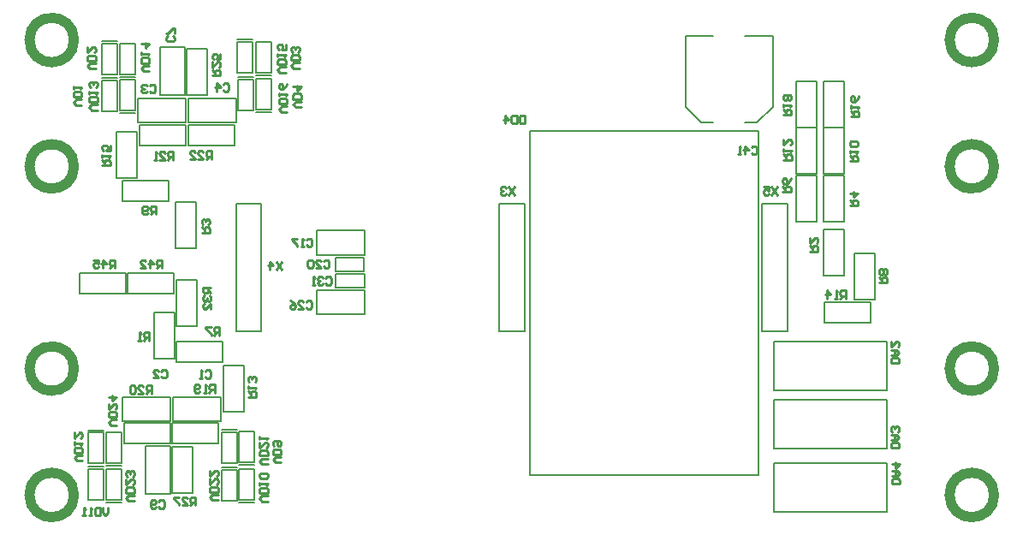
<source format=gbr>
%TF.GenerationSoftware,Altium Limited,Altium Designer,21.6.4 (81)*%
G04 Layer_Color=32896*
%FSLAX43Y43*%
%MOMM*%
%TF.SameCoordinates,F87848A5-9C76-4C60-8026-6C1C3CCCB256*%
%TF.FilePolarity,Positive*%
%TF.FileFunction,Legend,Bot*%
%TF.Part,Single*%
G01*
G75*
%TA.AperFunction,NonConductor*%
%ADD27C,0.254*%
%ADD33C,1.000*%
%ADD34C,0.200*%
D27*
X9245Y25457D02*
Y26257D01*
X8845D01*
X8712Y26124D01*
Y25857D01*
X8845Y25724D01*
X9245D01*
X8979D02*
X8712Y25457D01*
X8046D02*
Y26257D01*
X8445Y25857D01*
X7912D01*
X7112Y26257D02*
X7646D01*
Y25857D01*
X7379Y25990D01*
X7246D01*
X7112Y25857D01*
Y25591D01*
X7246Y25457D01*
X7512D01*
X7646Y25591D01*
X13903Y25457D02*
Y26257D01*
X13503D01*
X13370Y26124D01*
Y25857D01*
X13503Y25724D01*
X13903D01*
X13636D02*
X13370Y25457D01*
X12703D02*
Y26257D01*
X13103Y25857D01*
X12570D01*
X11770Y25457D02*
X12303D01*
X11770Y25990D01*
Y26124D01*
X11903Y26257D01*
X12170D01*
X12303Y26124D01*
X18755Y23521D02*
X17955D01*
Y23121D01*
X18088Y22988D01*
X18355D01*
X18488Y23121D01*
Y23521D01*
Y23255D02*
X18755Y22988D01*
X18088Y22722D02*
X17955Y22588D01*
Y22322D01*
X18088Y22188D01*
X18222D01*
X18355Y22322D01*
Y22455D01*
Y22322D01*
X18488Y22188D01*
X18622D01*
X18755Y22322D01*
Y22588D01*
X18622Y22722D01*
X18755Y21389D02*
Y21922D01*
X18222Y21389D01*
X18088D01*
X17955Y21522D01*
Y21789D01*
X18088Y21922D01*
X86870Y4084D02*
X86070D01*
Y4484D01*
X86204Y4617D01*
X86737D01*
X86870Y4484D01*
Y4084D01*
X86070Y4883D02*
X86603D01*
X86870Y5150D01*
X86603Y5417D01*
X86070D01*
X86470D01*
Y4883D01*
X86070Y6083D02*
X86870D01*
X86470Y5683D01*
Y6216D01*
X86806Y7641D02*
X86007D01*
Y8041D01*
X86140Y8174D01*
X86673D01*
X86806Y8041D01*
Y7641D01*
X86007Y8441D02*
X86540D01*
X86806Y8707D01*
X86540Y8974D01*
X86007D01*
X86407D01*
Y8441D01*
X86673Y9240D02*
X86806Y9374D01*
Y9640D01*
X86673Y9773D01*
X86540D01*
X86407Y9640D01*
Y9507D01*
Y9640D01*
X86273Y9773D01*
X86140D01*
X86007Y9640D01*
Y9374D01*
X86140Y9240D01*
X86806Y16027D02*
X86007D01*
Y16427D01*
X86140Y16560D01*
X86673D01*
X86806Y16427D01*
Y16027D01*
X86007Y16827D02*
X86540D01*
X86806Y17094D01*
X86540Y17360D01*
X86007D01*
X86407D01*
Y16827D01*
X86007Y18160D02*
Y17627D01*
X86540Y18160D01*
X86673D01*
X86806Y18027D01*
Y17760D01*
X86673Y17627D01*
X72206Y37376D02*
X72339Y37509D01*
X72606D01*
X72739Y37376D01*
Y36843D01*
X72606Y36710D01*
X72339D01*
X72206Y36843D01*
X71539Y36710D02*
Y37509D01*
X71939Y37109D01*
X71406D01*
X71139Y36710D02*
X70873D01*
X71006D01*
Y37509D01*
X71139Y37376D01*
X74745Y33480D02*
X74211Y32680D01*
Y33480D02*
X74745Y32680D01*
X73412Y33480D02*
X73945D01*
Y33080D01*
X73678Y33213D01*
X73545D01*
X73412Y33080D01*
Y32813D01*
X73545Y32680D01*
X73812D01*
X73945Y32813D01*
X25730Y26072D02*
X25197Y25273D01*
Y26072D02*
X25730Y25273D01*
X24531D02*
Y26072D01*
X24930Y25673D01*
X24397D01*
X48735Y33480D02*
X48202Y32680D01*
Y33480D02*
X48735Y32680D01*
X47935Y33347D02*
X47802Y33480D01*
X47535D01*
X47402Y33347D01*
Y33213D01*
X47535Y33080D01*
X47669D01*
X47535D01*
X47402Y32947D01*
Y32813D01*
X47535Y32680D01*
X47802D01*
X47935Y32813D01*
X49801Y40541D02*
Y39741D01*
X49401D01*
X49268Y39874D01*
Y40408D01*
X49401Y40541D01*
X49801D01*
X49002D02*
Y39741D01*
X48602D01*
X48468Y39874D01*
Y40408D01*
X48602Y40541D01*
X49002D01*
X47802Y39741D02*
Y40541D01*
X48202Y40141D01*
X47669D01*
X9417Y9898D02*
X8884D01*
X8617Y10164D01*
X8884Y10431D01*
X9417D01*
Y10697D02*
X8617D01*
Y11097D01*
X8750Y11230D01*
X9284D01*
X9417Y11097D01*
Y10697D01*
X8617Y12030D02*
Y11497D01*
X9150Y12030D01*
X9284D01*
X9417Y11897D01*
Y11630D01*
X9284Y11497D01*
X8617Y12697D02*
X9417D01*
X9017Y12297D01*
Y12830D01*
X11144Y2420D02*
X10611D01*
X10344Y2687D01*
X10611Y2953D01*
X11144D01*
Y3220D02*
X10344D01*
Y3620D01*
X10478Y3753D01*
X11011D01*
X11144Y3620D01*
Y3220D01*
X10344Y4553D02*
Y4019D01*
X10877Y4553D01*
X11011D01*
X11144Y4419D01*
Y4153D01*
X11011Y4019D01*
Y4819D02*
X11144Y4953D01*
Y5219D01*
X11011Y5352D01*
X10877D01*
X10744Y5219D01*
Y5086D01*
Y5219D01*
X10611Y5352D01*
X10478D01*
X10344Y5219D01*
Y4953D01*
X10478Y4819D01*
X19450Y2471D02*
X18917D01*
X18650Y2737D01*
X18917Y3004D01*
X19450D01*
Y3271D02*
X18650D01*
Y3670D01*
X18783Y3804D01*
X19317D01*
X19450Y3670D01*
Y3271D01*
X18650Y4603D02*
Y4070D01*
X19183Y4603D01*
X19317D01*
X19450Y4470D01*
Y4204D01*
X19317Y4070D01*
X18650Y5403D02*
Y4870D01*
X19183Y5403D01*
X19317D01*
X19450Y5270D01*
Y5003D01*
X19317Y4870D01*
X24370Y6082D02*
X23837D01*
X23570Y6349D01*
X23837Y6615D01*
X24370D01*
Y6882D02*
X23570D01*
Y7282D01*
X23703Y7415D01*
X24236D01*
X24370Y7282D01*
Y6882D01*
X23570Y8215D02*
Y7682D01*
X24103Y8215D01*
X24236D01*
X24370Y8082D01*
Y7815D01*
X24236Y7682D01*
X23570Y8481D02*
Y8748D01*
Y8615D01*
X24370D01*
X24236Y8481D01*
X26260Y40884D02*
X25727D01*
X25461Y41150D01*
X25727Y41417D01*
X26260D01*
Y41684D02*
X25461D01*
Y42083D01*
X25594Y42217D01*
X26127D01*
X26260Y42083D01*
Y41684D01*
X25461Y42483D02*
Y42750D01*
Y42617D01*
X26260D01*
X26127Y42483D01*
X26260Y43683D02*
X26127Y43416D01*
X25860Y43150D01*
X25594D01*
X25461Y43283D01*
Y43550D01*
X25594Y43683D01*
X25727D01*
X25860Y43550D01*
Y43150D01*
X26129Y44782D02*
X25596D01*
X25329Y45049D01*
X25596Y45315D01*
X26129D01*
Y45582D02*
X25329D01*
Y45982D01*
X25462Y46115D01*
X25996D01*
X26129Y45982D01*
Y45582D01*
X25329Y46382D02*
Y46648D01*
Y46515D01*
X26129D01*
X25996Y46382D01*
X26129Y47581D02*
Y47048D01*
X25729D01*
X25862Y47315D01*
Y47448D01*
X25729Y47581D01*
X25462D01*
X25329Y47448D01*
Y47181D01*
X25462Y47048D01*
X12643Y44930D02*
X12110D01*
X11843Y45197D01*
X12110Y45463D01*
X12643D01*
Y45730D02*
X11843D01*
Y46130D01*
X11976Y46263D01*
X12509D01*
X12643Y46130D01*
Y45730D01*
X11843Y46530D02*
Y46796D01*
Y46663D01*
X12643D01*
X12509Y46530D01*
X11843Y47596D02*
X12643D01*
X12243Y47196D01*
Y47729D01*
X7512Y41069D02*
X6979D01*
X6712Y41336D01*
X6979Y41602D01*
X7512D01*
Y41869D02*
X6712D01*
Y42269D01*
X6845Y42402D01*
X7379D01*
X7512Y42269D01*
Y41869D01*
X6712Y42669D02*
Y42935D01*
Y42802D01*
X7512D01*
X7379Y42669D01*
Y43335D02*
X7512Y43468D01*
Y43735D01*
X7379Y43868D01*
X7245D01*
X7112Y43735D01*
Y43602D01*
Y43735D01*
X6979Y43868D01*
X6845D01*
X6712Y43735D01*
Y43468D01*
X6845Y43335D01*
X6013Y6364D02*
X5480D01*
X5214Y6630D01*
X5480Y6897D01*
X6013D01*
Y7163D02*
X5214D01*
Y7563D01*
X5347Y7697D01*
X5880D01*
X6013Y7563D01*
Y7163D01*
X5214Y7963D02*
Y8230D01*
Y8096D01*
X6013D01*
X5880Y7963D01*
X5214Y9163D02*
Y8630D01*
X5747Y9163D01*
X5880D01*
X6013Y9030D01*
Y8763D01*
X5880Y8630D01*
X8581Y1746D02*
Y1213D01*
X8315Y946D01*
X8048Y1213D01*
Y1746D01*
X7782D02*
Y946D01*
X7382D01*
X7249Y1080D01*
Y1613D01*
X7382Y1746D01*
X7782D01*
X6982Y946D02*
X6715D01*
X6849D01*
Y1746D01*
X6982Y1613D01*
X6316Y946D02*
X6049D01*
X6182D01*
Y1746D01*
X6316Y1613D01*
X24370Y2377D02*
X23837D01*
X23570Y2644D01*
X23837Y2910D01*
X24370D01*
Y3177D02*
X23570D01*
Y3577D01*
X23703Y3710D01*
X24236D01*
X24370Y3577D01*
Y3177D01*
X23570Y3977D02*
Y4243D01*
Y4110D01*
X24370D01*
X24236Y3977D01*
Y4643D02*
X24370Y4777D01*
Y5043D01*
X24236Y5176D01*
X23703D01*
X23570Y5043D01*
Y4777D01*
X23703Y4643D01*
X24236D01*
X25681Y6214D02*
X25148D01*
X24881Y6481D01*
X25148Y6747D01*
X25681D01*
Y7014D02*
X24881D01*
Y7414D01*
X25015Y7547D01*
X25548D01*
X25681Y7414D01*
Y7014D01*
X25015Y7814D02*
X24881Y7947D01*
Y8214D01*
X25015Y8347D01*
X25548D01*
X25681Y8214D01*
Y7947D01*
X25548Y7814D01*
X25414D01*
X25281Y7947D01*
Y8347D01*
X27680Y41369D02*
X27147D01*
X26880Y41636D01*
X27147Y41903D01*
X27680D01*
Y42169D02*
X26880D01*
Y42569D01*
X27013Y42702D01*
X27547D01*
X27680Y42569D01*
Y42169D01*
X26880Y43369D02*
X27680D01*
X27280Y42969D01*
Y43502D01*
X27503Y45201D02*
X26970D01*
X26703Y45468D01*
X26970Y45734D01*
X27503D01*
Y46001D02*
X26703D01*
Y46401D01*
X26836Y46534D01*
X27370D01*
X27503Y46401D01*
Y46001D01*
X27370Y46801D02*
X27503Y46934D01*
Y47201D01*
X27370Y47334D01*
X27236D01*
X27103Y47201D01*
Y47067D01*
Y47201D01*
X26970Y47334D01*
X26836D01*
X26703Y47201D01*
Y46934D01*
X26836Y46801D01*
X7334Y45162D02*
X6801D01*
X6534Y45428D01*
X6801Y45695D01*
X7334D01*
Y45961D02*
X6534D01*
Y46361D01*
X6668Y46495D01*
X7201D01*
X7334Y46361D01*
Y45961D01*
X6534Y47294D02*
Y46761D01*
X7067Y47294D01*
X7201D01*
X7334Y47161D01*
Y46894D01*
X7201Y46761D01*
X5962Y41567D02*
X5429D01*
X5163Y41834D01*
X5429Y42100D01*
X5962D01*
Y42367D02*
X5163D01*
Y42767D01*
X5296Y42900D01*
X5829D01*
X5962Y42767D01*
Y42367D01*
X5163Y43166D02*
Y43433D01*
Y43300D01*
X5962D01*
X5829Y43166D01*
X13313Y30762D02*
Y31562D01*
X12913D01*
X12780Y31428D01*
Y31162D01*
X12913Y31029D01*
X13313D01*
X13046D02*
X12780Y30762D01*
X12513Y30895D02*
X12380Y30762D01*
X12113D01*
X11980Y30895D01*
Y31428D01*
X12113Y31562D01*
X12380D01*
X12513Y31428D01*
Y31295D01*
X12380Y31162D01*
X11980D01*
X75350Y40580D02*
X76150D01*
Y40980D01*
X76017Y41113D01*
X75750D01*
X75617Y40980D01*
Y40580D01*
Y40847D02*
X75350Y41113D01*
Y41380D02*
Y41646D01*
Y41513D01*
X76150D01*
X76017Y41380D01*
Y42046D02*
X76150Y42180D01*
Y42446D01*
X76017Y42579D01*
X75883D01*
X75750Y42446D01*
X75617Y42579D01*
X75483D01*
X75350Y42446D01*
Y42180D01*
X75483Y42046D01*
X75617D01*
X75750Y42180D01*
X75883Y42046D01*
X76017D01*
X75750Y42180D02*
Y42446D01*
X18786Y36227D02*
Y37026D01*
X18386D01*
X18253Y36893D01*
Y36627D01*
X18386Y36493D01*
X18786D01*
X18520D02*
X18253Y36227D01*
X17453D02*
X17986D01*
X17453Y36760D01*
Y36893D01*
X17587Y37026D01*
X17853D01*
X17986Y36893D01*
X16653Y36227D02*
X17187D01*
X16653Y36760D01*
Y36893D01*
X16787Y37026D01*
X17053D01*
X17187Y36893D01*
X15009Y36158D02*
Y36957D01*
X14609D01*
X14476Y36824D01*
Y36558D01*
X14609Y36424D01*
X15009D01*
X14743D02*
X14476Y36158D01*
X13676D02*
X14209D01*
X13676Y36691D01*
Y36824D01*
X13810Y36957D01*
X14076D01*
X14209Y36824D01*
X13410Y36158D02*
X13143D01*
X13276D01*
Y36957D01*
X13410Y36824D01*
X19108Y13129D02*
Y13929D01*
X18708D01*
X18575Y13796D01*
Y13529D01*
X18708Y13396D01*
X19108D01*
X18841D02*
X18575Y13129D01*
X18308D02*
X18042D01*
X18175D01*
Y13929D01*
X18308Y13796D01*
X17642Y13262D02*
X17508Y13129D01*
X17242D01*
X17109Y13262D01*
Y13796D01*
X17242Y13929D01*
X17508D01*
X17642Y13796D01*
Y13662D01*
X17508Y13529D01*
X17109D01*
X84826Y24013D02*
X85626D01*
Y24412D01*
X85492Y24546D01*
X85226D01*
X85093Y24412D01*
Y24013D01*
Y24279D02*
X84826Y24546D01*
X85492Y24812D02*
X85626Y24946D01*
Y25212D01*
X85492Y25345D01*
X85359D01*
X85226Y25212D01*
X85093Y25345D01*
X84959D01*
X84826Y25212D01*
Y24946D01*
X84959Y24812D01*
X85093D01*
X85226Y24946D01*
X85359Y24812D01*
X85492D01*
X85226Y24946D02*
Y25212D01*
X75292Y32975D02*
X76092D01*
Y33375D01*
X75959Y33508D01*
X75692D01*
X75559Y33375D01*
Y32975D01*
Y33242D02*
X75292Y33508D01*
X76092Y34308D02*
X75959Y34041D01*
X75692Y33775D01*
X75425D01*
X75292Y33908D01*
Y34175D01*
X75425Y34308D01*
X75559D01*
X75692Y34175D01*
Y33775D01*
X19576Y18803D02*
Y19602D01*
X19176D01*
X19043Y19469D01*
Y19202D01*
X19176Y19069D01*
X19576D01*
X19310D02*
X19043Y18803D01*
X18777Y19602D02*
X18243D01*
Y19469D01*
X18777Y18936D01*
Y18803D01*
X7989Y35595D02*
X8789D01*
Y35995D01*
X8656Y36128D01*
X8389D01*
X8256Y35995D01*
Y35595D01*
Y35862D02*
X7989Y36128D01*
Y36395D02*
Y36661D01*
Y36528D01*
X8789D01*
X8656Y36395D01*
X8789Y37594D02*
Y37061D01*
X8389D01*
X8522Y37328D01*
Y37461D01*
X8389Y37594D01*
X8123D01*
X7989Y37461D01*
Y37194D01*
X8123Y37061D01*
X17837Y28950D02*
X18637D01*
Y29350D01*
X18504Y29483D01*
X18237D01*
X18104Y29350D01*
Y28950D01*
Y29217D02*
X17837Y29483D01*
X18504Y29750D02*
X18637Y29883D01*
Y30150D01*
X18504Y30283D01*
X18370D01*
X18237Y30150D01*
Y30016D01*
Y30150D01*
X18104Y30283D01*
X17971D01*
X17837Y30150D01*
Y29883D01*
X17971Y29750D01*
X77985Y27101D02*
X78784D01*
Y27501D01*
X78651Y27635D01*
X78384D01*
X78251Y27501D01*
Y27101D01*
Y27368D02*
X77985Y27635D01*
Y28434D02*
Y27901D01*
X78518Y28434D01*
X78651D01*
X78784Y28301D01*
Y28034D01*
X78651Y27901D01*
X81922Y31642D02*
X82721D01*
Y32042D01*
X82588Y32176D01*
X82321D01*
X82188Y32042D01*
Y31642D01*
Y31909D02*
X81922Y32176D01*
Y32842D02*
X82721D01*
X82321Y32442D01*
Y32975D01*
X22418Y12707D02*
X23217D01*
Y13107D01*
X23084Y13240D01*
X22817D01*
X22684Y13107D01*
Y12707D01*
Y12974D02*
X22418Y13240D01*
Y13507D02*
Y13773D01*
Y13640D01*
X23217D01*
X23084Y13507D01*
Y14173D02*
X23217Y14307D01*
Y14573D01*
X23084Y14707D01*
X22951D01*
X22817Y14573D01*
Y14440D01*
Y14573D01*
X22684Y14707D01*
X22551D01*
X22418Y14573D01*
Y14307D01*
X22551Y14173D01*
X12624Y18295D02*
Y19094D01*
X12224D01*
X12090Y18961D01*
Y18694D01*
X12224Y18561D01*
X12624D01*
X12357D02*
X12090Y18295D01*
X11824D02*
X11557D01*
X11691D01*
Y19094D01*
X11824Y18961D01*
X81518Y22414D02*
Y23213D01*
X81118D01*
X80985Y23080D01*
Y22813D01*
X81118Y22680D01*
X81518D01*
X81251D02*
X80985Y22414D01*
X80718D02*
X80451D01*
X80585D01*
Y23213D01*
X80718Y23080D01*
X79652Y22414D02*
Y23213D01*
X80051Y22813D01*
X79518D01*
X12860Y13046D02*
Y13846D01*
X12460D01*
X12327Y13713D01*
Y13446D01*
X12460Y13313D01*
X12860D01*
X12593D02*
X12327Y13046D01*
X11527D02*
X12060D01*
X11527Y13580D01*
Y13713D01*
X11660Y13846D01*
X11927D01*
X12060Y13713D01*
X11260D02*
X11127Y13846D01*
X10861D01*
X10727Y13713D01*
Y13180D01*
X10861Y13046D01*
X11127D01*
X11260Y13180D01*
Y13713D01*
X18892Y44488D02*
X19691D01*
Y44888D01*
X19558Y45021D01*
X19292D01*
X19158Y44888D01*
Y44488D01*
Y44755D02*
X18892Y45021D01*
Y45821D02*
Y45288D01*
X19425Y45821D01*
X19558D01*
X19691Y45688D01*
Y45421D01*
X19558Y45288D01*
X19691Y46621D02*
Y46088D01*
X19292D01*
X19425Y46354D01*
Y46488D01*
X19292Y46621D01*
X19025D01*
X18892Y46488D01*
Y46221D01*
X19025Y46088D01*
X75368Y36161D02*
X76168D01*
Y36560D01*
X76035Y36694D01*
X75768D01*
X75635Y36560D01*
Y36161D01*
Y36427D02*
X75368Y36694D01*
Y36960D02*
Y37227D01*
Y37094D01*
X76168D01*
X76035Y36960D01*
X75368Y38160D02*
Y37627D01*
X75901Y38160D01*
X76035D01*
X76168Y38027D01*
Y37760D01*
X76035Y37627D01*
X81922Y36000D02*
X82721D01*
Y36400D01*
X82588Y36533D01*
X82321D01*
X82188Y36400D01*
Y36000D01*
Y36267D02*
X81922Y36533D01*
Y36800D02*
Y37067D01*
Y36933D01*
X82721D01*
X82588Y36800D01*
Y37467D02*
X82721Y37600D01*
Y37866D01*
X82588Y38000D01*
X82055D01*
X81922Y37866D01*
Y37600D01*
X82055Y37467D01*
X82588D01*
X17225Y1977D02*
Y2777D01*
X16825D01*
X16691Y2644D01*
Y2377D01*
X16825Y2244D01*
X17225D01*
X16958D02*
X16691Y1977D01*
X15892D02*
X16425D01*
X15892Y2511D01*
Y2644D01*
X16025Y2777D01*
X16291D01*
X16425Y2644D01*
X15625Y2777D02*
X15092D01*
Y2644D01*
X15625Y2111D01*
Y1977D01*
X82022Y40443D02*
X82821D01*
Y40842D01*
X82688Y40976D01*
X82421D01*
X82288Y40842D01*
Y40443D01*
Y40709D02*
X82022Y40976D01*
Y41242D02*
Y41509D01*
Y41376D01*
X82821D01*
X82688Y41242D01*
X82821Y42442D02*
X82688Y42175D01*
X82421Y41909D01*
X82155D01*
X82022Y42042D01*
Y42309D01*
X82155Y42442D01*
X82288D01*
X82421Y42309D01*
Y41909D01*
X19961Y43580D02*
X20095Y43713D01*
X20361D01*
X20494Y43580D01*
Y43047D01*
X20361Y42913D01*
X20095D01*
X19961Y43047D01*
X19295Y42913D02*
Y43713D01*
X19695Y43313D01*
X19162D01*
X15018Y48383D02*
X15151Y48250D01*
Y47983D01*
X15018Y47850D01*
X14485D01*
X14351Y47983D01*
Y48250D01*
X14485Y48383D01*
X15151Y48650D02*
Y49183D01*
X15018D01*
X14485Y48650D01*
X14351D01*
X29906Y26124D02*
X30039Y26257D01*
X30305D01*
X30439Y26124D01*
Y25591D01*
X30305Y25457D01*
X30039D01*
X29906Y25591D01*
X29106Y25457D02*
X29639D01*
X29106Y25990D01*
Y26124D01*
X29239Y26257D01*
X29506D01*
X29639Y26124D01*
X28839D02*
X28706Y26257D01*
X28439D01*
X28306Y26124D01*
Y25591D01*
X28439Y25457D01*
X28706D01*
X28839Y25591D01*
Y26124D01*
X30102Y24435D02*
X30236Y24569D01*
X30502D01*
X30635Y24435D01*
Y23902D01*
X30502Y23769D01*
X30236D01*
X30102Y23902D01*
X29836Y24435D02*
X29702Y24569D01*
X29436D01*
X29303Y24435D01*
Y24302D01*
X29436Y24169D01*
X29569D01*
X29436D01*
X29303Y24035D01*
Y23902D01*
X29436Y23769D01*
X29702D01*
X29836Y23902D01*
X29036Y23769D02*
X28769D01*
X28903D01*
Y24569D01*
X29036Y24435D01*
X12694Y43460D02*
X12828Y43593D01*
X13094D01*
X13227Y43460D01*
Y42927D01*
X13094Y42793D01*
X12828D01*
X12694Y42927D01*
X12428Y43460D02*
X12294Y43593D01*
X12028D01*
X11895Y43460D01*
Y43327D01*
X12028Y43193D01*
X12161D01*
X12028D01*
X11895Y43060D01*
Y42927D01*
X12028Y42793D01*
X12294D01*
X12428Y42927D01*
X28211Y28236D02*
X28344Y28369D01*
X28610D01*
X28744Y28236D01*
Y27703D01*
X28610Y27570D01*
X28344D01*
X28211Y27703D01*
X27944Y27570D02*
X27677D01*
X27811D01*
Y28369D01*
X27944Y28236D01*
X27277Y28369D02*
X26744D01*
Y28236D01*
X27277Y27703D01*
Y27570D01*
X13849Y15253D02*
X13983Y15386D01*
X14249D01*
X14382Y15253D01*
Y14719D01*
X14249Y14586D01*
X13983D01*
X13849Y14719D01*
X13050Y14586D02*
X13583D01*
X13050Y15119D01*
Y15253D01*
X13183Y15386D01*
X13449D01*
X13583Y15253D01*
X13595Y2349D02*
X13729Y2483D01*
X13995D01*
X14128Y2349D01*
Y1816D01*
X13995Y1683D01*
X13729D01*
X13595Y1816D01*
X13329D02*
X13195Y1683D01*
X12929D01*
X12796Y1816D01*
Y2349D01*
X12929Y2483D01*
X13195D01*
X13329Y2349D01*
Y2216D01*
X13195Y2083D01*
X12796D01*
X18169Y15218D02*
X18302Y15351D01*
X18569D01*
X18702Y15218D01*
Y14685D01*
X18569Y14552D01*
X18302D01*
X18169Y14685D01*
X17903Y14552D02*
X17636D01*
X17769D01*
Y15351D01*
X17903Y15218D01*
X28168Y22085D02*
X28301Y22218D01*
X28567D01*
X28701Y22085D01*
Y21552D01*
X28567Y21419D01*
X28301D01*
X28168Y21552D01*
X27368Y21419D02*
X27901D01*
X27368Y21952D01*
Y22085D01*
X27501Y22218D01*
X27768D01*
X27901Y22085D01*
X26568Y22218D02*
X26835Y22085D01*
X27101Y21819D01*
Y21552D01*
X26968Y21419D01*
X26701D01*
X26568Y21552D01*
Y21685D01*
X26701Y21819D01*
X27101D01*
D33*
X96200Y48000D02*
G03*
X96200Y48000I-2200J0D01*
G01*
Y35500D02*
G03*
X96200Y35500I-2200J0D01*
G01*
Y15500D02*
G03*
X96200Y15500I-2200J0D01*
G01*
Y3000D02*
G03*
X96200Y3000I-2200J0D01*
G01*
X5200D02*
G03*
X5200Y3000I-2200J0D01*
G01*
Y15500D02*
G03*
X5200Y15500I-2200J0D01*
G01*
Y35500D02*
G03*
X5200Y35500I-2200J0D01*
G01*
Y48000D02*
G03*
X5200Y48000I-2200J0D01*
G01*
D34*
X5780Y22909D02*
X10352D01*
X5780D02*
Y24941D01*
X10352Y22909D02*
Y24941D01*
X5780D02*
X10352D01*
X10516Y22909D02*
X15088D01*
X10516D02*
Y24941D01*
X15088Y22909D02*
Y24941D01*
X10516D02*
X15088D01*
X15370Y19685D02*
Y24257D01*
X17402D01*
X15370Y19685D02*
X17402D01*
Y24257D01*
X85600Y1350D02*
Y6150D01*
X74400D02*
X85600D01*
X74400Y1350D02*
Y6150D01*
Y1350D02*
X85600D01*
Y7600D02*
Y12400D01*
X74400D02*
X85600D01*
X74400Y7600D02*
Y12400D01*
Y7600D02*
X85600D01*
X85600Y13350D02*
Y18150D01*
X74400D02*
X85600D01*
X74400Y13350D02*
Y18150D01*
Y13350D02*
X85600D01*
X65702Y41367D02*
Y48442D01*
X68452D01*
X71552D02*
X74302D01*
Y41367D02*
Y48442D01*
X67227Y39842D02*
X68452D01*
X65702Y41367D02*
X67227Y39842D01*
X72777D02*
X74302Y41367D01*
X71552Y39842D02*
X72777D01*
X50335Y39025D02*
X72935D01*
X50335Y4925D02*
Y39025D01*
X72935Y4925D02*
Y39025D01*
X50335Y4925D02*
X72935D01*
X21250Y31830D02*
X23750D01*
X21250Y19170D02*
X23750D01*
X21250D02*
Y31830D01*
X23750Y19170D02*
Y31830D01*
X47250D02*
X49750D01*
X47250Y19170D02*
X49750D01*
X47250D02*
Y31830D01*
X49750Y19170D02*
Y31830D01*
X73250D02*
X75750D01*
X73250Y19170D02*
X75750D01*
X73250D02*
Y31830D01*
X75750Y19170D02*
Y31830D01*
X19708Y10295D02*
Y12695D01*
X14958Y10295D02*
X19708D01*
X14958D02*
Y12695D01*
X19708D01*
X78664Y39345D02*
Y43917D01*
X76632Y39345D02*
X78664D01*
X76632Y43917D02*
X78664D01*
X76632Y39345D02*
Y43917D01*
X78664Y34772D02*
Y39344D01*
X76632Y34772D02*
X78664D01*
X76632Y39344D02*
X78664D01*
X76632Y34772D02*
Y39344D01*
X78664Y30023D02*
Y34595D01*
X76632Y30023D02*
X78664D01*
X76632Y34595D02*
X78664D01*
X76632Y30023D02*
Y34595D01*
X29184Y20860D02*
Y23260D01*
X33934D01*
Y20860D02*
Y23260D01*
X29184Y20860D02*
X33934D01*
X33909Y25131D02*
Y26481D01*
X31059Y25131D02*
Y26481D01*
Y25131D02*
X33909D01*
X31059Y26481D02*
X33909D01*
X29238Y26761D02*
X33988D01*
Y29161D01*
X29238D02*
X33988D01*
X29238Y26761D02*
Y29161D01*
X33936Y23494D02*
Y24844D01*
X31086Y23494D02*
Y24844D01*
Y23494D02*
X33936D01*
X31086Y24844D02*
X33936D01*
X21532Y5970D02*
X21888D01*
X22650D02*
X23056D01*
X21888D02*
X22650D01*
X21532Y6221D02*
X23056D01*
X21532D02*
Y9269D01*
X23056D01*
Y6221D02*
Y9269D01*
X84388Y22301D02*
Y26873D01*
X82356Y22301D02*
X84388D01*
X82356Y26873D02*
X84388D01*
X82356Y22301D02*
Y26873D01*
X81346Y24704D02*
Y29276D01*
X79314Y24704D02*
X81346D01*
X79314Y29276D02*
X81346D01*
X79314Y24704D02*
Y29276D01*
X79375Y30066D02*
Y34638D01*
X81407D01*
X79375Y30066D02*
X81407D01*
Y34638D01*
X15261Y27407D02*
Y31979D01*
X17293D01*
X15261Y27407D02*
X17293D01*
Y31979D01*
X12316Y3077D02*
X14716D01*
X12316D02*
Y7827D01*
X14716D01*
Y3077D02*
Y7827D01*
X15164Y16459D02*
Y21031D01*
X13132Y16459D02*
X15164D01*
X13132Y21031D02*
X15164D01*
X13132Y16459D02*
Y21031D01*
X20947Y9460D02*
X21303D01*
X19779D02*
X20185D01*
X20947D01*
X19779Y9209D02*
X21303D01*
Y6161D02*
Y9209D01*
X19779Y6161D02*
X21303D01*
X19779D02*
Y9209D01*
X79426Y22047D02*
X83998D01*
Y20015D02*
Y22047D01*
X79426Y20015D02*
Y22047D01*
Y20015D02*
X83998D01*
X15357Y18186D02*
X19929D01*
Y16154D02*
Y18186D01*
X15357Y16154D02*
Y18186D01*
Y16154D02*
X19929D01*
X22005Y11243D02*
Y15815D01*
X19973Y11243D02*
X22005D01*
X19973Y15815D02*
X22005D01*
X19973Y11243D02*
Y15815D01*
X7747Y9411D02*
X8103D01*
X6579D02*
X6985D01*
X7747D01*
X6579Y9160D02*
X8103D01*
Y6112D02*
Y9160D01*
X6579Y6112D02*
X8103D01*
X6579D02*
Y9160D01*
X8356Y5886D02*
X8712D01*
X9474D02*
X9880D01*
X8712D02*
X9474D01*
X8356Y6137D02*
X9880D01*
X8356D02*
Y9185D01*
X9880D01*
Y6137D02*
Y9185D01*
X8356Y2289D02*
X8712D01*
X9474D02*
X9880D01*
X8712D02*
X9474D01*
X8356Y2540D02*
X9880D01*
X8356D02*
Y5588D01*
X9880D01*
Y2540D02*
Y5588D01*
X7797Y5813D02*
X8153D01*
X6629D02*
X7035D01*
X7797D01*
X6629Y5562D02*
X8153D01*
Y2514D02*
Y5562D01*
X6629Y2514D02*
X8153D01*
X6629D02*
Y5562D01*
X16975Y3191D02*
Y7763D01*
X14943Y3191D02*
X16975D01*
X14943Y7763D02*
X16975D01*
X14943Y3191D02*
Y7763D01*
Y8068D02*
X19515D01*
X14943D02*
Y10100D01*
X19515Y8068D02*
Y10100D01*
X14943D02*
X19515D01*
X9966Y10295D02*
X14716D01*
Y12695D01*
X9966D02*
X14716D01*
X9966Y10295D02*
Y12695D01*
X10168Y10100D02*
X14740D01*
Y8068D02*
Y10100D01*
X10168Y8068D02*
Y10100D01*
Y8068D02*
X14740D01*
X20947Y5736D02*
X21303D01*
X19779D02*
X20185D01*
X20947D01*
X19779Y5485D02*
X21303D01*
Y2437D02*
Y5485D01*
X19779Y2437D02*
X21303D01*
X19779D02*
Y5485D01*
X21533Y2237D02*
X21889D01*
X22651D02*
X23057D01*
X21889D02*
X22651D01*
X21533Y2488D02*
X23057D01*
X21533D02*
Y5536D01*
X23057D01*
Y2488D02*
Y5536D01*
X9785Y40747D02*
X10141D01*
X10903D02*
X11309D01*
X10141D02*
X10903D01*
X9785Y40998D02*
X11309D01*
X9785D02*
Y44046D01*
X11309D01*
Y40998D02*
Y44046D01*
X9363Y34341D02*
Y38913D01*
X11395D01*
X9363Y34341D02*
X11395D01*
Y38913D01*
X10024Y32087D02*
X14596D01*
X10024D02*
Y34119D01*
X14596Y32087D02*
Y34119D01*
X10024D02*
X14596D01*
X11700Y37566D02*
X16272D01*
X11700D02*
Y39598D01*
X16272Y37566D02*
Y39598D01*
X11700D02*
X16272D01*
X23240Y40871D02*
X23596D01*
X24358D02*
X24764D01*
X23596D02*
X24358D01*
X23240Y41122D02*
X24764D01*
X23240D02*
Y44170D01*
X24764D01*
Y41122D02*
Y44170D01*
X16496Y42227D02*
X21246D01*
X16496Y39827D02*
Y42227D01*
Y39827D02*
X21246D01*
Y42227D01*
X9149Y47907D02*
X9505D01*
X7981D02*
X8387D01*
X9149D01*
X7981Y47656D02*
X9505D01*
Y44608D02*
Y47656D01*
X7981Y44608D02*
X9505D01*
X7981D02*
Y47656D01*
X79375Y34765D02*
Y39337D01*
X81407D01*
X79375Y34765D02*
X81407D01*
Y39337D01*
X16510Y37566D02*
X21082D01*
X16510D02*
Y39598D01*
X21082Y37566D02*
Y39598D01*
X16510D02*
X21082D01*
X79375Y39337D02*
Y43909D01*
X81407D01*
X79375Y39337D02*
X81407D01*
Y43909D01*
X23190Y44481D02*
X23546D01*
X24308D02*
X24714D01*
X23546D02*
X24308D01*
X23190Y44732D02*
X24714D01*
X23190D02*
Y47780D01*
X24714D01*
Y44732D02*
Y47780D01*
X22549Y48031D02*
X22905D01*
X21381D02*
X21787D01*
X22549D01*
X21381Y47780D02*
X22905D01*
Y44732D02*
Y47780D01*
X21381Y44732D02*
X22905D01*
X21381D02*
Y47780D01*
X22604Y44338D02*
X22960D01*
X21436D02*
X21842D01*
X22604D01*
X21436Y44087D02*
X22960D01*
Y41039D02*
Y44087D01*
X21436Y41039D02*
X22960D01*
X21436D02*
Y44087D01*
X18355Y42599D02*
Y47171D01*
X16323Y42599D02*
X18355D01*
X16323Y47171D02*
X18355D01*
X16323Y42599D02*
Y47171D01*
X13751Y42541D02*
Y47291D01*
Y42541D02*
X16151D01*
Y47291D01*
X13751D02*
X16151D01*
X11509Y39839D02*
Y42239D01*
X16259D01*
Y39839D02*
Y42239D01*
X11509Y39839D02*
X16259D01*
X9149Y44272D02*
X9505D01*
X7981D02*
X8387D01*
X9149D01*
X7981Y44021D02*
X9505D01*
Y40973D02*
Y44021D01*
X7981Y40973D02*
X9505D01*
X7981D02*
Y44021D01*
X9785Y44358D02*
X10141D01*
X10903D02*
X11309D01*
X10141D02*
X10903D01*
X9785Y44609D02*
X11309D01*
X9785D02*
Y47657D01*
X11309D01*
Y44609D02*
Y47657D01*
%TF.MD5,6fe725bc0a633cd31ceaec85241f2bc6*%
M02*

</source>
